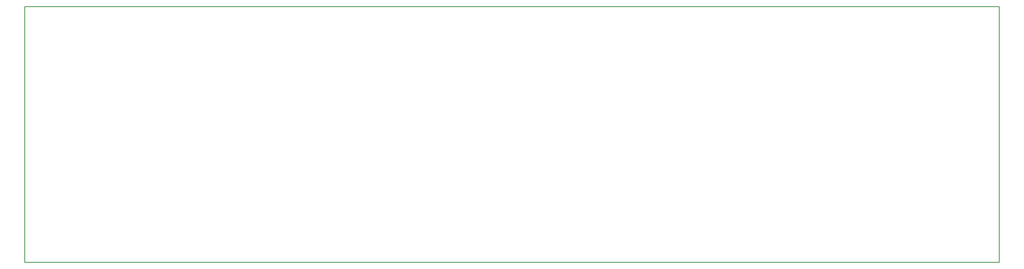
<source format=gm1>
%TF.GenerationSoftware,KiCad,Pcbnew,(6.0.0-0)*%
%TF.CreationDate,2024-09-02T12:42:36-04:00*%
%TF.ProjectId,HappySwitchV3,48617070-7953-4776-9974-636856332e6b,rev?*%
%TF.SameCoordinates,Original*%
%TF.FileFunction,Profile,NP*%
%FSLAX46Y46*%
G04 Gerber Fmt 4.6, Leading zero omitted, Abs format (unit mm)*
G04 Created by KiCad (PCBNEW (6.0.0-0)) date 2024-09-02 12:42:36*
%MOMM*%
%LPD*%
G01*
G04 APERTURE LIST*
%TA.AperFunction,Profile*%
%ADD10C,0.150000*%
%TD*%
G04 APERTURE END LIST*
D10*
X262025000Y-105825000D02*
X51875000Y-105825000D01*
X51875000Y-105825000D02*
X51875000Y-50550000D01*
X51875000Y-50550000D02*
X262025000Y-50550000D01*
X262025000Y-50550000D02*
X262025000Y-105825000D01*
M02*

</source>
